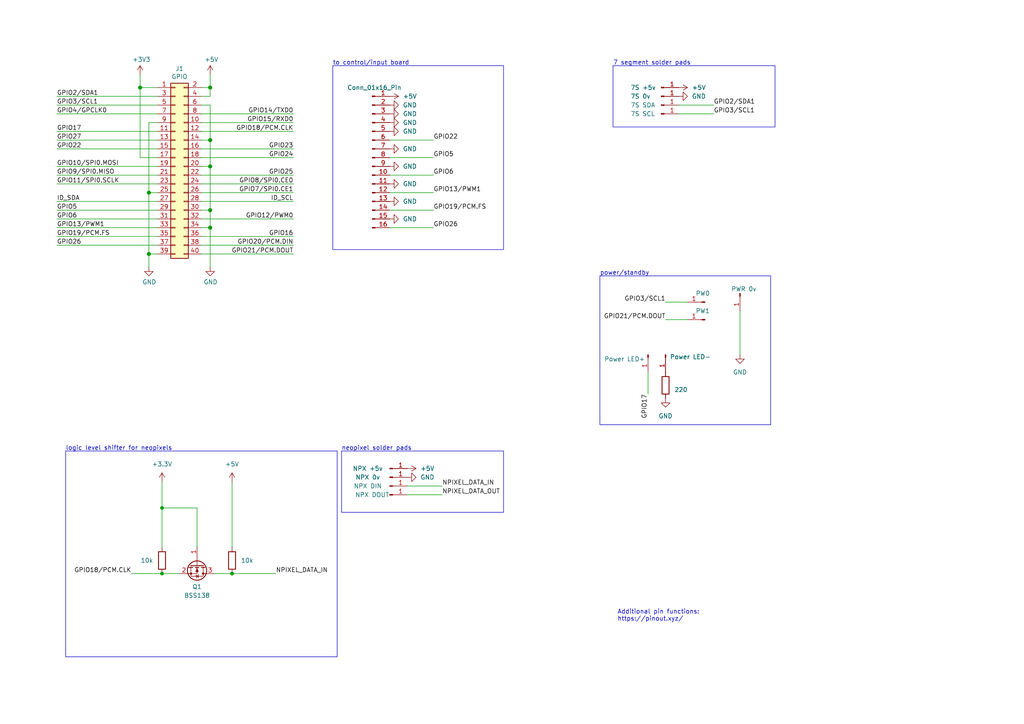
<source format=kicad_sch>
(kicad_sch (version 20230121) (generator eeschema)
  (paper "A4")
  (title_block (date "15 nov 2012"))
  (lib_symbols
    (symbol "+3.3V_1" (power) (pin_names (offset 0))
      (property "Value" "+3.3V_1" (at 0 3.556 0))
      (symbol "+3.3V_1_0_1"
        (polyline (pts (xy -0.762 1.27) (xy 0 2.54)))
        (polyline (pts (xy 0 0) (xy 0 2.54)))
        (polyline (pts (xy 0 2.54) (xy 0.762 1.27)))
      )
      (symbol "+3.3V_1_1_1"
        (pin power_in line (at 0 0 90) (length 0) hide (name "+3.3V") (number "1"))
      )
    )
    (symbol "+5V_1" (power) (pin_names (offset 0))
      (property "Value" "+5V_1" (at 0 3.556 0))
      (symbol "+5V_1_0_1"
        (polyline (pts (xy -0.762 1.27) (xy 0 2.54)))
        (polyline (pts (xy 0 0) (xy 0 2.54)))
        (polyline (pts (xy 0 2.54) (xy 0.762 1.27)))
      )
      (symbol "+5V_1_1_1"
        (pin power_in line (at 0 0 90) (length 0) hide (name "+5V") (number "1"))
      )
    )
    (symbol "+5V_2" (power) (pin_names (offset 0))
      (property "Value" "+5V_2" (at 0 3.556 0))
      (symbol "+5V_2_0_1"
        (polyline (pts (xy -0.762 1.27) (xy 0 2.54)))
        (polyline (pts (xy 0 0) (xy 0 2.54)))
        (polyline (pts (xy 0 2.54) (xy 0.762 1.27)))
      )
      (symbol "+5V_2_1_1"
        (pin power_in line (at 0 0 90) (length 0) hide (name "+5V") (number "1"))
      )
    )
    (symbol "+5V_3" (power) (pin_names (offset 0))
      (property "Value" "+5V_3" (at 0 3.556 0))
      (symbol "+5V_3_0_1"
        (polyline (pts (xy -0.762 1.27) (xy 0 2.54)))
        (polyline (pts (xy 0 0) (xy 0 2.54)))
        (polyline (pts (xy 0 2.54) (xy 0.762 1.27)))
      )
      (symbol "+5V_3_1_1"
        (pin power_in line (at 0 0 90) (length 0) hide (name "+5V") (number "1"))
      )
    )
    (symbol "+5V_4" (power) (pin_names (offset 0))
      (property "Value" "+5V_4" (at 0 3.556 0))
      (symbol "+5V_4_0_1"
        (polyline (pts (xy -0.762 1.27) (xy 0 2.54)))
        (polyline (pts (xy 0 0) (xy 0 2.54)))
        (polyline (pts (xy 0 2.54) (xy 0.762 1.27)))
      )
      (symbol "+5V_4_1_1"
        (pin power_in line (at 0 0 90) (length 0) hide (name "+5V") (number "1"))
      )
    )
    (symbol "Connector:Conn_01x01_Pin" (pin_names (offset 1.016) hide)
      (property "Reference" "J" (at 0 2.54 0))
      (property "Value" "Conn_01x01_Pin" (at 0 -2.54 0))
      (symbol "Conn_01x01_Pin_1_1"
        (polyline (pts (xy 1.27 0) (xy 0.8636 0)) (stroke (width 0.1524)))
        (rectangle (start 0.8636 0.127) (end 0 -0.127) (stroke (width 0.1524)) (fill (type outline)))
        (pin passive line (at 5.08 0 180) (length 3.81) (name "Pin_1") (number "1"))
      )
    )
    (symbol "Connector:Conn_01x16_Pin" (pin_names (offset 1.016) hide)
      (property "Reference" "J" (at 0 20.32 0))
      (property "Value" "Conn_01x16_Pin" (at 0 -22.86 0))
      (symbol "Conn_01x16_Pin_1_1"
        (polyline (pts (xy 1.27 -20.32) (xy 0.8636 -20.32)) (stroke (width 0.1524)))
        (polyline (pts (xy 1.27 -17.78) (xy 0.8636 -17.78)) (stroke (width 0.1524)))
        (polyline (pts (xy 1.27 -15.24) (xy 0.8636 -15.24)) (stroke (width 0.1524)))
        (polyline (pts (xy 1.27 -12.7) (xy 0.8636 -12.7)) (stroke (width 0.1524)))
        (polyline (pts (xy 1.27 -10.16) (xy 0.8636 -10.16)) (stroke (width 0.1524)))
        (polyline (pts (xy 1.27 -7.62) (xy 0.8636 -7.62)) (stroke (width 0.1524)))
        (polyline (pts (xy 1.27 -5.08) (xy 0.8636 -5.08)) (stroke (width 0.1524)))
        (polyline (pts (xy 1.27 -2.54) (xy 0.8636 -2.54)) (stroke (width 0.1524)))
        (polyline (pts (xy 1.27 0) (xy 0.8636 0)) (stroke (width 0.1524)))
        (polyline (pts (xy 1.27 2.54) (xy 0.8636 2.54)) (stroke (width 0.1524)))
        (polyline (pts (xy 1.27 5.08) (xy 0.8636 5.08)) (stroke (width 0.1524)))
        (polyline (pts (xy 1.27 7.62) (xy 0.8636 7.62)) (stroke (width 0.1524)))
        (polyline (pts (xy 1.27 10.16) (xy 0.8636 10.16)) (stroke (width 0.1524)))
        (polyline (pts (xy 1.27 12.7) (xy 0.8636 12.7)) (stroke (width 0.1524)))
        (polyline (pts (xy 1.27 15.24) (xy 0.8636 15.24)) (stroke (width 0.1524)))
        (polyline (pts (xy 1.27 17.78) (xy 0.8636 17.78)) (stroke (width 0.1524)))
        (rectangle (start 0.8636 -20.193) (end 0 -20.447) (stroke (width 0.1524)) (fill (type outline)))
        (rectangle (start 0.8636 -17.653) (end 0 -17.907) (stroke (width 0.1524)) (fill (type outline)))
        (rectangle (start 0.8636 -15.113) (end 0 -15.367) (stroke (width 0.1524)) (fill (type outline)))
        (rectangle (start 0.8636 -12.573) (end 0 -12.827) (stroke (width 0.1524)) (fill (type outline)))
        (rectangle (start 0.8636 -10.033) (end 0 -10.287) (stroke (width 0.1524)) (fill (type outline)))
        (rectangle (start 0.8636 -7.493) (end 0 -7.747) (stroke (width 0.1524)) (fill (type outline)))
        (rectangle (start 0.8636 -4.953) (end 0 -5.207) (stroke (width 0.1524)) (fill (type outline)))
        (rectangle (start 0.8636 -2.413) (end 0 -2.667) (stroke (width 0.1524)) (fill (type outline)))
        (rectangle (start 0.8636 0.127) (end 0 -0.127) (stroke (width 0.1524)) (fill (type outline)))
        (rectangle (start 0.8636 2.667) (end 0 2.413) (stroke (width 0.1524)) (fill (type outline)))
        (rectangle (start 0.8636 5.207) (end 0 4.953) (stroke (width 0.1524)) (fill (type outline)))
        (rectangle (start 0.8636 7.747) (end 0 7.493) (stroke (width 0.1524)) (fill (type outline)))
        (rectangle (start 0.8636 10.287) (end 0 10.033) (stroke (width 0.1524)) (fill (type outline)))
        (rectangle (start 0.8636 12.827) (end 0 12.573) (stroke (width 0.1524)) (fill (type outline)))
        (rectangle (start 0.8636 15.367) (end 0 15.113) (stroke (width 0.1524)) (fill (type outline)))
        (rectangle (start 0.8636 17.907) (end 0 17.653) (stroke (width 0.1524)) (fill (type outline)))
        (pin passive line (at 5.08 17.78 180) (length 3.81) (name "Pin_1") (number "1"))
        (pin passive line (at 5.08 -5.08 180) (length 3.81) (name "Pin_10") (number "10"))
        (pin passive line (at 5.08 -7.62 180) (length 3.81) (name "Pin_11") (number "11"))
        (pin passive line (at 5.08 -10.16 180) (length 3.81) (name "Pin_12") (number "12"))
        (pin passive line (at 5.08 -12.7 180) (length 3.81) (name "Pin_13") (number "13"))
        (pin passive line (at 5.08 -15.24 180) (length 3.81) (name "Pin_14") (number "14"))
        (pin passive line (at 5.08 -17.78 180) (length 3.81) (name "Pin_15") (number "15"))
        (pin passive line (at 5.08 -20.32 180) (length 3.81) (name "Pin_16") (number "16"))
        (pin passive line (at 5.08 15.24 180) (length 3.81) (name "Pin_2") (number "2"))
        (pin passive line (at 5.08 12.7 180) (length 3.81) (name "Pin_3") (number "3"))
        (pin passive line (at 5.08 10.16 180) (length 3.81) (name "Pin_4") (number "4"))
        (pin passive line (at 5.08 7.62 180) (length 3.81) (name "Pin_5") (number "5"))
        (pin passive line (at 5.08 5.08 180) (length 3.81) (name "Pin_6") (number "6"))
        (pin passive line (at 5.08 2.54 180) (length 3.81) (name "Pin_7") (number "7"))
        (pin passive line (at 5.08 0 180) (length 3.81) (name "Pin_8") (number "8"))
        (pin passive line (at 5.08 -2.54 180) (length 3.81) (name "Pin_9") (number "9"))
      )
    )
    (symbol "Connector_Generic:Conn_02x20_Odd_Even" (pin_names (offset 1.016) hide)
      (property "Reference" "J" (at 1.27 25.4 0))
      (property "Value" "Conn_02x20_Odd_Even" (at 1.27 -27.94 0))
      (symbol "Conn_02x20_Odd_Even_1_1"
        (rectangle (start -1.27 -25.273) (end 0 -25.527) (stroke (width 0.1524)))
        (rectangle (start -1.27 -22.733) (end 0 -22.987) (stroke (width 0.1524)))
        (rectangle (start -1.27 -20.193) (end 0 -20.447) (stroke (width 0.1524)))
        (rectangle (start -1.27 -17.653) (end 0 -17.907) (stroke (width 0.1524)))
        (rectangle (start -1.27 -15.113) (end 0 -15.367) (stroke (width 0.1524)))
        (rectangle (start -1.27 -12.573) (end 0 -12.827) (stroke (width 0.1524)))
        (rectangle (start -1.27 -10.033) (end 0 -10.287) (stroke (width 0.1524)))
        (rectangle (start -1.27 -7.493) (end 0 -7.747) (stroke (width 0.1524)))
        (rectangle (start -1.27 -4.953) (end 0 -5.207) (stroke (width 0.1524)))
        (rectangle (start -1.27 -2.413) (end 0 -2.667) (stroke (width 0.1524)))
        (rectangle (start -1.27 0.127) (end 0 -0.127) (stroke (width 0.1524)))
        (rectangle (start -1.27 2.667) (end 0 2.413) (stroke (width 0.1524)))
        (rectangle (start -1.27 5.207) (end 0 4.953) (stroke (width 0.1524)))
        (rectangle (start -1.27 7.747) (end 0 7.493) (stroke (width 0.1524)))
        (rectangle (start -1.27 10.287) (end 0 10.033) (stroke (width 0.1524)))
        (rectangle (start -1.27 12.827) (end 0 12.573) (stroke (width 0.1524)))
        (rectangle (start -1.27 15.367) (end 0 15.113) (stroke (width 0.1524)))
        (rectangle (start -1.27 17.907) (end 0 17.653) (stroke (width 0.1524)))
        (rectangle (start -1.27 20.447) (end 0 20.193) (stroke (width 0.1524)))
        (rectangle (start -1.27 22.987) (end 0 22.733) (stroke (width 0.1524)))
        (rectangle (start -1.27 24.13) (end 3.81 -26.67) (stroke (width 0.254)) (fill (type background)))
        (rectangle (start 3.81 -25.273) (end 2.54 -25.527) (stroke (width 0.1524)))
        (rectangle (start 3.81 -22.733) (end 2.54 -22.987) (stroke (width 0.1524)))
        (rectangle (start 3.81 -20.193) (end 2.54 -20.447) (stroke (width 0.1524)))
        (rectangle (start 3.81 -17.653) (end 2.54 -17.907) (stroke (width 0.1524)))
        (rectangle (start 3.81 -15.113) (end 2.54 -15.367) (stroke (width 0.1524)))
        (rectangle (start 3.81 -12.573) (end 2.54 -12.827) (stroke (width 0.1524)))
        (rectangle (start 3.81 -10.033) (end 2.54 -10.287) (stroke (width 0.1524)))
        (rectangle (start 3.81 -7.493) (end 2.54 -7.747) (stroke (width 0.1524)))
        (rectangle (start 3.81 -4.953) (end 2.54 -5.207) (stroke (width 0.1524)))
        (rectangle (start 3.81 -2.413) (end 2.54 -2.667) (stroke (width 0.1524)))
        (rectangle (start 3.81 0.127) (end 2.54 -0.127) (stroke (width 0.1524)))
        (rectangle (start 3.81 2.667) (end 2.54 2.413) (stroke (width 0.1524)))
        (rectangle (start 3.81 5.207) (end 2.54 4.953) (stroke (width 0.1524)))
        (rectangle (start 3.81 7.747) (end 2.54 7.493) (stroke (width 0.1524)))
        (rectangle (start 3.81 10.287) (end 2.54 10.033) (stroke (width 0.1524)))
        (rectangle (start 3.81 12.827) (end 2.54 12.573) (stroke (width 0.1524)))
        (rectangle (start 3.81 15.367) (end 2.54 15.113) (stroke (width 0.1524)))
        (rectangle (start 3.81 17.907) (end 2.54 17.653) (stroke (width 0.1524)))
        (rectangle (start 3.81 20.447) (end 2.54 20.193) (stroke (width 0.1524)))
        (rectangle (start 3.81 22.987) (end 2.54 22.733) (stroke (width 0.1524)))
        (pin passive line (at -5.08 22.86 0) (length 3.81) (name "Pin_1") (number "1"))
        (pin passive line (at 7.62 12.7 180) (length 3.81) (name "Pin_10") (number "10"))
        (pin passive line (at -5.08 10.16 0) (length 3.81) (name "Pin_11") (number "11"))
        (pin passive line (at 7.62 10.16 180) (length 3.81) (name "Pin_12") (number "12"))
        (pin passive line (at -5.08 7.62 0) (length 3.81) (name "Pin_13") (number "13"))
        (pin passive line (at 7.62 7.62 180) (length 3.81) (name "Pin_14") (number "14"))
        (pin passive line (at -5.08 5.08 0) (length 3.81) (name "Pin_15") (number "15"))
        (pin passive line (at 7.62 5.08 180) (length 3.81) (name "Pin_16") (number "16"))
        (pin passive line (at -5.08 2.54 0) (length 3.81) (name "Pin_17") (number "17"))
        (pin passive line (at 7.62 2.54 180) (length 3.81) (name "Pin_18") (number "18"))
        (pin passive line (at -5.08 0 0) (length 3.81) (name "Pin_19") (number "19"))
        (pin passive line (at 7.62 22.86 180) (length 3.81) (name "Pin_2") (number "2"))
        (pin passive line (at 7.62 0 180) (length 3.81) (name "Pin_20") (number "20"))
        (pin passive line (at -5.08 -2.54 0) (length 3.81) (name "Pin_21") (number "21"))
        (pin passive line (at 7.62 -2.54 180) (length 3.81) (name "Pin_22") (number "22"))
        (pin passive line (at -5.08 -5.08 0) (length 3.81) (name "Pin_23") (number "23"))
        (pin passive line (at 7.62 -5.08 180) (length 3.81) (name "Pin_24") (number "24"))
        (pin passive line (at -5.08 -7.62 0) (length 3.81) (name "Pin_25") (number "25"))
        (pin passive line (at 7.62 -7.62 180) (length 3.81) (name "Pin_26") (number "26"))
        (pin passive line (at -5.08 -10.16 0) (length 3.81) (name "Pin_27") (number "27"))
        (pin passive line (at 7.62 -10.16 180) (length 3.81) (name "Pin_28") (number "28"))
        (pin passive line (at -5.08 -12.7 0) (length 3.81) (name "Pin_29") (number "29"))
        (pin passive line (at -5.08 20.32 0) (length 3.81) (name "Pin_3") (number "3"))
        (pin passive line (at 7.62 -12.7 180) (length 3.81) (name "Pin_30") (number "30"))
        (pin passive line (at -5.08 -15.24 0) (length 3.81) (name "Pin_31") (number "31"))
        (pin passive line (at 7.62 -15.24 180) (length 3.81) (name "Pin_32") (number "32"))
        (pin passive line (at -5.08 -17.78 0) (length 3.81) (name "Pin_33") (number "33"))
        (pin passive line (at 7.62 -17.78 180) (length 3.81) (name "Pin_34") (number "34"))
        (pin passive line (at -5.08 -20.32 0) (length 3.81) (name "Pin_35") (number "35"))
        (pin passive line (at 7.62 -20.32 180) (length 3.81) (name "Pin_36") (number "36"))
        (pin passive line (at -5.08 -22.86 0) (length 3.81) (name "Pin_37") (number "37"))
        (pin passive line (at 7.62 -22.86 180) (length 3.81) (name "Pin_38") (number "38"))
        (pin passive line (at -5.08 -25.4 0) (length 3.81) (name "Pin_39") (number "39"))
        (pin passive line (at 7.62 20.32 180) (length 3.81) (name "Pin_4") (number "4"))
        (pin passive line (at 7.62 -25.4 180) (length 3.81) (name "Pin_40") (number "40"))
        (pin passive line (at -5.08 17.78 0) (length 3.81) (name "Pin_5") (number "5"))
        (pin passive line (at 7.62 17.78 180) (length 3.81) (name "Pin_6") (number "6"))
        (pin passive line (at -5.08 15.24 0) (length 3.81) (name "Pin_7") (number "7"))
        (pin passive line (at 7.62 15.24 180) (length 3.81) (name "Pin_8") (number "8"))
        (pin passive line (at -5.08 12.7 0) (length 3.81) (name "Pin_9") (number "9"))
      )
    )
    (symbol "Device:R" (pin_numbers hide) (pin_names (offset 0))
      (property "Reference" "R" (at 2.032 0 90))
      (property "Value" "R" (at 0 0 90))
      (symbol "R_0_1"
        (rectangle (start -1.016 -2.54) (end 1.016 2.54) (stroke (width 0.254)))
      )
      (symbol "R_1_1"
        (pin passive line (at 0 3.81 270) (length 1.27) (name "~") (number "1"))
        (pin passive line (at 0 -3.81 90) (length 1.27) (name "~") (number "2"))
      )
    )
    (symbol "GND_1" (power) (pin_names (offset 0))
      (property "Value" "GND_1" (at 0 -3.81 0))
      (symbol "GND_1_0_1"
        (polyline (pts (xy 0 0) (xy 0 -1.27) (xy 1.27 -1.27) (xy 0 -2.54) (xy -1.27 -1.27) (xy 0 -1.27)))
      )
      (symbol "GND_1_1_1"
        (pin power_in line (at 0 0 270) (length 0) hide (name "GND") (number "1"))
      )
    )
    (symbol "GND_2" (power) (pin_names (offset 0))
      (property "Value" "GND_2" (at 0 -3.81 0))
      (symbol "GND_2_0_1"
        (polyline (pts (xy 0 0) (xy 0 -1.27) (xy 1.27 -1.27) (xy 0 -2.54) (xy -1.27 -1.27) (xy 0 -1.27)))
      )
      (symbol "GND_2_1_1"
        (pin power_in line (at 0 0 270) (length 0) hide (name "GND") (number "1"))
      )
    )
    (symbol "GND_3" (power) (pin_names (offset 0))
      (property "Value" "GND_3" (at 0 -3.81 0))
      (symbol "GND_3_0_1"
        (polyline (pts (xy 0 0) (xy 0 -1.27) (xy 1.27 -1.27) (xy 0 -2.54) (xy -1.27 -1.27) (xy 0 -1.27)))
      )
      (symbol "GND_3_1_1"
        (pin power_in line (at 0 0 270) (length 0) hide (name "GND") (number "1"))
      )
    )
    (symbol "GND_4" (power) (pin_names (offset 0))
      (property "Value" "GND_4" (at 0 -3.81 0))
      (symbol "GND_4_0_1"
        (polyline (pts (xy 0 0) (xy 0 -1.27) (xy 1.27 -1.27) (xy 0 -2.54) (xy -1.27 -1.27) (xy 0 -1.27)))
      )
      (symbol "GND_4_1_1"
        (pin power_in line (at 0 0 270) (length 0) hide (name "GND") (number "1"))
      )
    )
    (symbol "GND_5" (power) (pin_names (offset 0))
      (property "Value" "GND_5" (at 0 -3.81 0))
      (symbol "GND_5_0_1"
        (polyline (pts (xy 0 0) (xy 0 -1.27) (xy 1.27 -1.27) (xy 0 -2.54) (xy -1.27 -1.27) (xy 0 -1.27)))
      )
      (symbol "GND_5_1_1"
        (pin power_in line (at 0 0 270) (length 0) hide (name "GND") (number "1"))
      )
    )
    (symbol "GND_6" (power) (pin_names (offset 0))
      (property "Value" "GND_6" (at 0 -3.81 0))
      (symbol "GND_6_0_1"
        (polyline (pts (xy 0 0) (xy 0 -1.27) (xy 1.27 -1.27) (xy 0 -2.54) (xy -1.27 -1.27) (xy 0 -1.27)))
      )
      (symbol "GND_6_1_1"
        (pin power_in line (at 0 0 270) (length 0) hide (name "GND") (number "1"))
      )
    )
    (symbol "Transistor_FET:BSS138" (pin_names hide)
      (property "Reference" "Q" (at 5.08 1.905 0))
      (property "Value" "BSS138" (at 5.08 0 0))
      (symbol "BSS138_0_1"
        (polyline (pts (xy 0.254 0) (xy -2.54 0)))
        (polyline (pts (xy 0.254 1.905) (xy 0.254 -1.905)) (stroke (width 0.254)))
        (polyline (pts (xy 0.762 -1.27) (xy 0.762 -2.286)) (stroke (width 0.254)))
        (polyline (pts (xy 0.762 0.508) (xy 0.762 -0.508)) (stroke (width 0.254)))
        (polyline (pts (xy 0.762 2.286) (xy 0.762 1.27)) (stroke (width 0.254)))
        (polyline (pts (xy 2.54 2.54) (xy 2.54 1.778)))
        (polyline (pts (xy 2.54 -2.54) (xy 2.54 0) (xy 0.762 0)))
        (polyline (pts (xy 0.762 -1.778) (xy 3.302 -1.778) (xy 3.302 1.778) (xy 0.762 1.778)))
        (polyline (pts (xy 1.016 0) (xy 2.032 0.381) (xy 2.032 -0.381) (xy 1.016 0)) (fill (type outline)))
        (polyline (pts (xy 2.794 0.508) (xy 2.921 0.381) (xy 3.683 0.381) (xy 3.81 0.254)))
        (polyline (pts (xy 3.302 0.381) (xy 2.921 -0.254) (xy 3.683 -0.254) (xy 3.302 0.381)))
        (circle (center 1.651 0) (radius 2.794) (stroke (width 0.254)))
        (circle (center 2.54 -1.778) (radius 0.254) (fill (type outline)))
        (circle (center 2.54 1.778) (radius 0.254) (fill (type outline)))
      )
      (symbol "BSS138_1_1"
        (pin input line (at -5.08 0 0) (length 2.54) (name "G") (number "1"))
        (pin passive line (at 2.54 -5.08 90) (length 2.54) (name "S") (number "2"))
        (pin passive line (at 2.54 5.08 270) (length 2.54) (name "D") (number "3"))
      )
    )
    (symbol "power:+3.3V" (power) (pin_names (offset 0))
      (property "Value" "+3.3V" (at 0 3.556 0))
      (symbol "+3.3V_0_1"
        (polyline (pts (xy -0.762 1.27) (xy 0 2.54)))
        (polyline (pts (xy 0 0) (xy 0 2.54)))
        (polyline (pts (xy 0 2.54) (xy 0.762 1.27)))
      )
      (symbol "+3.3V_1_1"
        (pin power_in line (at 0 0 90) (length 0) hide (name "+3V3") (number "1"))
      )
    )
    (symbol "power:+5V" (power) (pin_names (offset 0))
      (property "Value" "+5V" (at 0 3.556 0))
      (symbol "+5V_0_1"
        (polyline (pts (xy -0.762 1.27) (xy 0 2.54)))
        (polyline (pts (xy 0 0) (xy 0 2.54)))
        (polyline (pts (xy 0 2.54) (xy 0.762 1.27)))
      )
      (symbol "+5V_1_1"
        (pin power_in line (at 0 0 90) (length 0) hide (name "+5V") (number "1"))
      )
    )
    (symbol "power:GND" (power) (pin_names (offset 0))
      (property "Value" "GND" (at 0 -3.81 0))
      (symbol "GND_0_1"
        (polyline (pts (xy 0 0) (xy 0 -1.27) (xy 1.27 -1.27) (xy 0 -2.54) (xy -1.27 -1.27) (xy 0 -1.27)))
      )
      (symbol "GND_1_1"
        (pin power_in line (at 0 0 270) (length 0) hide (name "GND") (number "1"))
      )
    )
  )
  (junction (at 60.96 25.4) (diameter 1.016))
  (junction (at 60.96 40.64) (diameter 1.016))
  (junction (at 46.99 147.32))
  (junction (at 43.18 73.66) (diameter 1.016))
  (junction (at 43.18 55.88) (diameter 1.016))
  (junction (at 60.96 66.04) (diameter 1.016))
  (junction (at 60.96 60.96) (diameter 1.016))
  (junction (at 60.96 48.26) (diameter 1.016))
  (junction (at 67.31 166.37))
  (junction (at 46.99 166.37))
  (junction (at 40.64 25.4) (diameter 1.016))
  (wire (pts (xy 43.18 55.88) (xy 43.18 73.66)))
  (wire (pts (xy 58.42 55.88) (xy 85.09 55.88)))
  (wire (pts (xy 45.72 38.1) (xy 16.51 38.1)))
  (wire (pts (xy 46.99 139.7) (xy 46.99 147.32)))
  (wire (pts (xy 38.1 166.37) (xy 46.99 166.37)))
  (wire (pts (xy 60.96 30.48) (xy 60.96 40.64)))
  (wire (pts (xy 60.96 48.26) (xy 58.42 48.26)))
  (wire (pts (xy 187.96 107.95) (xy 187.96 114.3)))
  (wire (pts (xy 60.96 60.96) (xy 60.96 66.04)))
  (wire (pts (xy 60.96 48.26) (xy 60.96 60.96)))
  (wire (pts (xy 58.42 33.02) (xy 85.09 33.02)))
  (wire (pts (xy 43.18 35.56) (xy 43.18 55.88)))
  (wire (pts (xy 43.18 35.56) (xy 45.72 35.56)))
  (wire (pts (xy 58.42 53.34) (xy 85.09 53.34)))
  (wire (pts (xy 45.72 58.42) (xy 16.51 58.42)))
  (wire (pts (xy 16.51 60.96) (xy 45.72 60.96)))
  (wire (pts (xy 196.85 33.02) (xy 207.01 33.02)))
  (wire (pts (xy 43.18 55.88) (xy 45.72 55.88)))
  (wire (pts (xy 58.42 43.18) (xy 85.09 43.18)))
  (wire (pts (xy 113.03 50.8) (xy 125.73 50.8)))
  (wire (pts (xy 58.42 73.66) (xy 85.09 73.66)))
  (wire (pts (xy 43.18 73.66) (xy 43.18 77.47)))
  (wire (pts (xy 16.51 40.64) (xy 45.72 40.64)))
  (wire (pts (xy 40.64 21.59) (xy 40.64 25.4)))
  (wire (pts (xy 113.03 40.64) (xy 125.73 40.64)))
  (wire (pts (xy 46.99 166.37) (xy 52.07 166.37)))
  (wire (pts (xy 113.03 60.96) (xy 125.73 60.96)))
  (wire (pts (xy 60.96 66.04) (xy 58.42 66.04)))
  (wire (pts (xy 16.51 30.48) (xy 45.72 30.48)))
  (wire (pts (xy 16.51 53.34) (xy 45.72 53.34)))
  (wire (pts (xy 57.15 158.75) (xy 57.15 147.32)))
  (wire (pts (xy 40.64 45.72) (xy 45.72 45.72)))
  (wire (pts (xy 45.72 27.94) (xy 16.51 27.94)))
  (wire (pts (xy 60.96 25.4) (xy 60.96 27.94)))
  (wire (pts (xy 60.96 40.64) (xy 60.96 48.26)))
  (wire (pts (xy 58.42 38.1) (xy 85.09 38.1)))
  (wire (pts (xy 113.03 66.04) (xy 125.73 66.04)))
  (wire (pts (xy 60.96 40.64) (xy 58.42 40.64)))
  (wire (pts (xy 60.96 21.59) (xy 60.96 25.4)))
  (wire (pts (xy 16.51 33.02) (xy 45.72 33.02)))
  (wire (pts (xy 60.96 25.4) (xy 58.42 25.4)))
  (wire (pts (xy 40.64 25.4) (xy 40.64 45.72)))
  (wire (pts (xy 67.31 166.37) (xy 80.01 166.37)))
  (wire (pts (xy 58.42 45.72) (xy 85.09 45.72)))
  (wire (pts (xy 58.42 35.56) (xy 85.09 35.56)))
  (wire (pts (xy 214.63 102.87) (xy 214.63 90.17)))
  (wire (pts (xy 16.51 43.18) (xy 45.72 43.18)))
  (wire (pts (xy 16.51 50.8) (xy 45.72 50.8)))
  (wire (pts (xy 16.51 63.5) (xy 45.72 63.5)))
  (wire (pts (xy 60.96 27.94) (xy 58.42 27.94)))
  (wire (pts (xy 113.03 55.88) (xy 125.73 55.88)))
  (wire (pts (xy 113.03 45.72) (xy 125.73 45.72)))
  (wire (pts (xy 16.51 68.58) (xy 45.72 68.58)))
  (wire (pts (xy 58.42 68.58) (xy 85.09 68.58)))
  (wire (pts (xy 58.42 63.5) (xy 85.09 63.5)))
  (wire (pts (xy 43.18 73.66) (xy 45.72 73.66)))
  (wire (pts (xy 58.42 71.12) (xy 85.09 71.12)))
  (wire (pts (xy 60.96 30.48) (xy 58.42 30.48)))
  (wire (pts (xy 16.51 71.12) (xy 45.72 71.12)))
  (wire (pts (xy 193.04 87.63) (xy 199.39 87.63)))
  (wire (pts (xy 196.85 30.48) (xy 207.01 30.48)))
  (wire (pts (xy 128.27 140.97) (xy 118.11 140.97)))
  (wire (pts (xy 60.96 66.04) (xy 60.96 77.47)))
  (wire (pts (xy 193.04 92.71) (xy 199.39 92.71)))
  (wire (pts (xy 62.23 166.37) (xy 67.31 166.37)))
  (wire (pts (xy 58.42 50.8) (xy 85.09 50.8)))
  (wire (pts (xy 45.72 66.04) (xy 16.51 66.04)))
  (wire (pts (xy 128.27 143.51) (xy 118.11 143.51)))
  (wire (pts (xy 57.15 147.32) (xy 46.99 147.32)))
  (wire (pts (xy 67.31 139.7) (xy 67.31 158.75)))
  (wire (pts (xy 60.96 60.96) (xy 58.42 60.96)))
  (wire (pts (xy 46.99 147.32) (xy 46.99 158.75)))
  (wire (pts (xy 40.64 25.4) (xy 45.72 25.4)))
  (wire (pts (xy 45.72 48.26) (xy 16.51 48.26)))
  (wire (pts (xy 58.42 58.42) (xy 85.09 58.42)))
  (rectangle (start 19.05 130.81) (end 97.79 190.5))
  (rectangle (start 99.06 130.81) (end 146.05 148.59))
  (rectangle (start 96.52 19.05) (end 146.05 72.39))
  (rectangle (start 173.99 80.01) (end 223.52 123.19))
  (rectangle (start 177.8 19.05) (end 224.79 36.83))
  (text "Additional pin functions:\nhttps://pinout.xyz/" (at 179.07 180.34 0) (effects (font (size 1.27 1.27)) (justify left bottom)))
  (text "7 segment solder pads" (at 177.8 19.05 0) (effects (font (size 1.27 1.27)) (justify left bottom)))
  (text "power/standby" (at 173.99 80.01 0) (effects (font (size 1.27 1.27)) (justify left bottom)))
  (text "logic level shifter for neopixels\n" (at 19.05 130.81 0) (effects (font (size 1.27 1.27)) (justify left bottom)))
  (text "neopixel solder pads\n" (at 99.06 130.81 0) (effects (font (size 1.27 1.27)) (justify left bottom)))
  (text "to control/input board" (at 96.52 19.05 0) (effects (font (size 1.27 1.27)) (justify left bottom)))
  (label "GPIO3{slash}SCL1" (at 193.04 87.63 180))
  (label "NPIXEL_DATA_IN" (at 128.27 140.97 0))
  (label "ID_SDA" (at 16.51 58.42 0))
  (label "GPIO17" (at 187.96 114.3 270))
  (label "GPIO6" (at 16.51 63.5 0))
  (label "GPIO6" (at 125.73 50.8 0))
  (label "GPIO22" (at 125.73 40.64 0))
  (label "GPIO3{slash}SCL1" (at 207.01 33.02 0))
  (label "GPIO13{slash}PWM1" (at 125.73 55.88 0))
  (label "ID_SCL" (at 85.09 58.42 180))
  (label "GPIO5" (at 16.51 60.96 0))
  (label "GPIO21{slash}PCM.DOUT" (at 85.09 73.66 180))
  (label "GPIO19{slash}PCM.FS" (at 16.51 68.58 0))
  (label "GPIO10{slash}SPI0.MOSI" (at 16.51 48.26 0))
  (label "GPIO9{slash}SPI0.MISO" (at 16.51 50.8 0))
  (label "GPIO23" (at 85.09 43.18 180))
  (label "NPIXEL_DATA_OUT" (at 128.27 143.51 0))
  (label "GPIO4{slash}GPCLK0" (at 16.51 33.02 0))
  (label "GPIO27" (at 16.51 40.64 0))
  (label "NPIXEL_DATA_IN" (at 80.01 166.37 0))
  (label "GPIO26" (at 16.51 71.12 0))
  (label "GPIO14{slash}TXD0" (at 85.09 33.02 180))
  (label "GPIO8{slash}SPI0.CE0" (at 85.09 53.34 180))
  (label "GPIO15{slash}RXD0" (at 85.09 35.56 180))
  (label "GPIO16" (at 85.09 68.58 180))
  (label "GPIO22" (at 16.51 43.18 0))
  (label "GPIO2{slash}SDA1" (at 16.51 27.94 0))
  (label "GPIO17" (at 16.51 38.1 0))
  (label "GPIO2{slash}SDA1" (at 207.01 30.48 0))
  (label "GPIO25" (at 85.09 50.8 180))
  (label "GPIO3{slash}SCL1" (at 16.51 30.48 0))
  (label "GPIO18{slash}PCM.CLK" (at 85.09 38.1 180))
  (label "GPIO12{slash}PWM0" (at 85.09 63.5 180))
  (label "GPIO13{slash}PWM1" (at 16.51 66.04 0))
  (label "GPIO20{slash}PCM.DIN" (at 85.09 71.12 180))
  (label "GPIO24" (at 85.09 45.72 180))
  (label "GPIO7{slash}SPI0.CE1" (at 85.09 55.88 180))
  (label "GPIO26" (at 125.73 66.04 0))
  (label "GPIO19{slash}PCM.FS" (at 125.73 60.96 0))
  (label "GPIO5" (at 125.73 45.72 0))
  (label "GPIO21{slash}PCM.DOUT" (at 193.04 92.71 180))
  (label "GPIO18{slash}PCM.CLK" (at 38.1 166.37 180))
  (label "GPIO11{slash}SPI0.SCLK" (at 16.51 53.34 0))
  (symbol (lib_id "power:+5V") (at 60.96 21.59 0) (unit 1)
    (property "Reference" "#PWR01" (effects hide))
    (property "Value" "+5V" (at 61.3283 17.2656 0))
  )
  (symbol (lib_id "power:+3.3V") (at 40.64 21.59 0) (unit 1)
    (property "Reference" "#PWR04" (effects hide))
    (property "Value" "+3.3V" (at 41.0083 17.2656 0))
  )
  (symbol (lib_id "power:GND") (at 60.96 77.47 0) (unit 1)
    (property "Reference" "#PWR02" (effects hide))
    (property "Value" "GND" (at 61.0743 81.7944 0))
  )
  (symbol (lib_id "power:GND") (at 43.18 77.47 0) (unit 1)
    (property "Reference" "#PWR03" (effects hide))
    (property "Value" "GND" (at 43.2943 81.7944 0))
  )
  (symbol (lib_id "Connector_Generic:Conn_02x20_Odd_Even") (at 50.8 48.26 0) (unit 1)
    (property "Reference" "J1" (at 52.07 19.9198 0))
    (property "Value" "GPIO" (at 52.07 22.225 0))
    (property "Footprint" "Connector_PinSocket_2.54mm:PinSocket_2x20_P2.54mm_Vertical" (effects hide))
  )
  (symbol (lib_id "Connector:Conn_01x01_Pin") (at 193.04 102.87 270) (unit 1)
    (property "Reference" "PW_LED-1" (effects hide))
    (property "Value" "Power LED-" (at 194.31 103.505 90) (effects (justify left)))
    (property "Footprint" "TestPoint:TestPoint_THTPad_2.0x2.0mm_Drill1.0mm" (effects hide))
  )
  (symbol (lib_name "+5V_3") (lib_id "power:+5V") (at 118.11 135.89 270) (unit 1)
    (property "Reference" "#PWR017" (effects hide))
    (property "Value" "+5V" (at 121.92 135.89 90) (effects (justify left)))
  )
  (symbol (lib_id "Connector:Conn_01x01_Pin") (at 191.77 30.48 0) (unit 1)
    (property "Reference" "SDA" (effects hide))
    (property "Value" "7S SDA" (at 182.88 30.48 0) (effects (justify left)))
    (property "Footprint" "TestPoint:TestPoint_THTPad_2.0x2.0mm_Drill1.0mm" (effects hide))
  )
  (symbol (lib_id "Connector:Conn_01x01_Pin") (at 204.47 92.71 180) (unit 1)
    (property "Reference" "PW1" (effects hide))
    (property "Value" "PW1" (at 203.835 90.17 0))
    (property "Footprint" "TestPoint:TestPoint_THTPad_2.0x2.0mm_Drill1.0mm" (effects hide))
  )
  (symbol (lib_id "Connector:Conn_01x01_Pin") (at 187.96 102.87 270) (unit 1)
    (property "Reference" "PW_LED+1" (effects hide))
    (property "Value" "Power LED+" (at 175.26 104.14 90) (effects (justify left)))
    (property "Footprint" "TestPoint:TestPoint_THTPad_2.0x2.0mm_Drill1.0mm" (effects hide))
  )
  (symbol (lib_name "GND_2") (lib_id "power:GND") (at 113.03 63.5 90) (unit 1)
    (property "Reference" "#PWR014" (effects hide))
    (property "Value" "GND" (at 116.84 63.5 90) (effects (justify right)))
  )
  (symbol (lib_name "+5V_4") (lib_id "power:+5V") (at 196.85 25.4 270) (unit 1)
    (property "Reference" "#PWR020" (effects hide))
    (property "Value" "+5V" (at 200.66 25.4 90) (effects (justify left)))
  )
  (symbol (lib_name "+3.3V_1") (lib_id "power:+3.3V") (at 46.99 139.7 0) (unit 1)
    (property "Reference" "#PWR015" (effects hide))
    (property "Value" "+3.3V" (at 46.99 134.62 0))
  )
  (symbol (lib_id "Connector:Conn_01x01_Pin") (at 113.03 143.51 0) (unit 1)
    (property "Reference" "DOUT1" (effects hide))
    (property "Value" "NPX DOUT" (at 107.95 143.51 0))
    (property "Footprint" "TestPoint:TestPoint_THTPad_2.0x2.0mm_Drill1.0mm" (effects hide))
  )
  (symbol (lib_name "GND_5") (lib_id "power:GND") (at 214.63 102.87 0) (unit 1)
    (property "Reference" "#PWR021" (effects hide))
    (property "Value" "GND" (at 214.63 107.95 0))
  )
  (symbol (lib_id "Connector:Conn_01x01_Pin") (at 214.63 85.09 270) (unit 1)
    (property "Reference" "PWR_0v1" (effects hide))
    (property "Value" "PWR 0v" (at 212.09 83.82 90) (effects (justify left)))
    (property "Footprint" "TestPoint:TestPoint_THTPad_2.0x2.0mm_Drill1.0mm" (effects hide))
  )
  (symbol (lib_id "Device:R") (at 193.04 111.76 180) (unit 1)
    (property "Reference" "R5" (effects hide))
    (property "Value" "220" (at 195.58 113.03 0) (effects (justify right)))
    (property "Footprint" "Resistor_THT:R_Axial_DIN0204_L3.6mm_D1.6mm_P7.62mm_Horizontal" (effects hide))
  )
  (symbol (lib_id "Connector:Conn_01x01_Pin") (at 113.03 138.43 0) (unit 1)
    (property "Reference" "0v1" (effects hide))
    (property "Value" "NPX 0v" (at 106.68 138.43 0))
    (property "Footprint" "TestPoint:TestPoint_THTPad_2.0x2.0mm_Drill1.0mm" (effects hide))
  )
  (symbol (lib_name "+5V_1") (lib_id "power:+5V") (at 113.03 27.94 270) (unit 1)
    (property "Reference" "#PWR05" (effects hide))
    (property "Value" "+5V" (at 116.84 27.94 90) (effects (justify left)))
  )
  (symbol (lib_id "Device:R") (at 46.99 162.56 180) (unit 1)
    (property "Reference" "R3" (effects hide))
    (property "Value" "10k" (at 44.45 162.56 0) (effects (justify left)))
    (property "Footprint" "Resistor_THT:R_Axial_DIN0204_L3.6mm_D1.6mm_P7.62mm_Horizontal" (effects hide))
  )
  (symbol (lib_name "GND_1") (lib_id "power:GND") (at 113.03 33.02 90) (unit 1)
    (property "Reference" "#PWR07" (effects hide))
    (property "Value" "GND" (at 116.84 33.02 90) (effects (justify right)))
  )
  (symbol (lib_id "Connector:Conn_01x01_Pin") (at 191.77 33.02 0) (unit 1)
    (property "Reference" "SCL" (effects hide))
    (property "Value" "7S SCL" (at 182.88 33.02 0) (effects (justify left)))
    (property "Footprint" "TestPoint:TestPoint_THTPad_2.0x2.0mm_Drill1.0mm" (effects hide))
  )
  (symbol (lib_name "GND_3") (lib_id "power:GND") (at 118.11 138.43 90) (unit 1)
    (property "Reference" "#PWR018" (effects hide))
    (property "Value" "GND" (at 121.92 138.43 90) (effects (justify right)))
  )
  (symbol (lib_name "+5V_2") (lib_id "power:+5V") (at 67.31 139.7 0) (unit 1)
    (property "Reference" "#PWR016" (effects hide))
    (property "Value" "+5V" (at 67.31 134.62 0))
  )
  (symbol (lib_id "Device:R") (at 67.31 162.56 0) (unit 1)
    (property "Reference" "R4" (effects hide))
    (property "Value" "10k" (at 69.85 162.56 0) (effects (justify left)))
    (property "Footprint" "Resistor_THT:R_Axial_DIN0204_L3.6mm_D1.6mm_P7.62mm_Horizontal" (effects hide))
  )
  (symbol (lib_id "Connector:Conn_01x01_Pin") (at 113.03 140.97 0) (unit 1)
    (property "Reference" "DIN1" (effects hide))
    (property "Value" "NPX DIN" (at 106.68 140.97 0))
    (property "Footprint" "TestPoint:TestPoint_THTPad_2.0x2.0mm_Drill1.0mm" (effects hide))
  )
  (symbol (lib_id "Connector:Conn_01x01_Pin") (at 204.47 87.63 180) (unit 1)
    (property "Reference" "PW0" (effects hide))
    (property "Value" "PW0" (at 203.835 85.09 0))
    (property "Footprint" "TestPoint:TestPoint_THTPad_2.0x2.0mm_Drill1.0mm" (effects hide))
  )
  (symbol (lib_name "GND_2") (lib_id "power:GND") (at 113.03 48.26 90) (unit 1)
    (property "Reference" "#PWR011" (effects hide))
    (property "Value" "GND" (at 116.84 48.26 90) (effects (justify right)))
  )
  (symbol (lib_name "GND_2") (lib_id "power:GND") (at 113.03 38.1 90) (unit 1)
    (property "Reference" "#PWR09" (effects hide))
    (property "Value" "GND" (at 116.84 38.1 90) (effects (justify right)))
  )
  (symbol (lib_id "Connector:Conn_01x01_Pin") (at 191.77 25.4 0) (unit 1)
    (property "Reference" "5v" (effects hide))
    (property "Value" "7S +5v" (at 182.88 25.4 0) (effects (justify left)))
    (property "Footprint" "TestPoint:TestPoint_THTPad_2.0x2.0mm_Drill1.0mm" (effects hide))
  )
  (symbol (lib_id "Transistor_FET:BSS138") (at 57.15 163.83 270) (unit 1)
    (property "Reference" "Q1" (at 57.15 170.18 90))
    (property "Value" "BSS138" (at 57.15 172.72 90))
    (property "Footprint" "Package_TO_SOT_SMD:SOT-23" (effects hide))
    (property "Datasheet" "https://www.onsemi.com/pub/Collateral/BSS138-D.PDF" (effects hide))
  )
  (symbol (lib_name "GND_2") (lib_id "power:GND") (at 113.03 53.34 90) (unit 1)
    (property "Reference" "#PWR012" (effects hide))
    (property "Value" "GND" (at 116.84 53.34 90) (effects (justify right)))
  )
  (symbol (lib_id "Connector:Conn_01x16_Pin") (at 107.95 45.72 0) (unit 1)
    (property "Reference" "J2" (effects hide))
    (property "Value" "Conn_01x16_Pin" (at 108.585 25.4 0))
    (property "Footprint" "Connector_IDC:IDC-Header_2x08_P2.54mm_Vertical" (effects hide))
  )
  (symbol (lib_name "GND_2") (lib_id "power:GND") (at 113.03 43.18 90) (unit 1)
    (property "Reference" "#PWR010" (effects hide))
    (property "Value" "GND" (at 116.84 43.18 90) (effects (justify right)))
  )
  (symbol (lib_name "GND_1") (lib_id "power:GND") (at 113.03 30.48 90) (unit 1)
    (property "Reference" "#PWR06" (effects hide))
    (property "Value" "GND" (at 116.84 30.48 90) (effects (justify right)))
  )
  (symbol (lib_id "Connector:Conn_01x01_Pin") (at 113.03 135.89 0) (unit 1)
    (property "Reference" "+5v1" (effects hide))
    (property "Value" "NPX +5v" (at 106.68 135.89 0))
    (property "Footprint" "TestPoint:TestPoint_THTPad_2.0x2.0mm_Drill1.0mm" (effects hide))
  )
  (symbol (lib_name "GND_2") (lib_id "power:GND") (at 113.03 35.56 90) (unit 1)
    (property "Reference" "#PWR08" (effects hide))
    (property "Value" "GND" (at 116.84 35.56 90) (effects (justify right)))
  )
  (symbol (lib_name "GND_4") (lib_id "power:GND") (at 196.85 27.94 90) (unit 1)
    (property "Reference" "#PWR019" (effects hide))
    (property "Value" "GND" (at 200.66 27.94 90) (effects (justify right)))
  )
  (symbol (lib_id "Connector:Conn_01x01_Pin") (at 191.77 27.94 0) (unit 1)
    (property "Reference" "0v" (effects hide))
    (property "Value" "7S 0v" (at 182.88 27.94 0) (effects (justify left)))
    (property "Footprint" "TestPoint:TestPoint_THTPad_2.0x2.0mm_Drill1.0mm" (effects hide))
  )
  (symbol (lib_name "GND_6") (lib_id "power:GND") (at 193.04 115.57 0) (unit 1)
    (property "Reference" "#PWR023" (effects hide))
    (property "Value" "GND" (at 193.04 120.65 0))
  )
  (symbol (lib_name "GND_2") (lib_id "power:GND") (at 113.03 58.42 90) (unit 1)
    (property "Reference" "#PWR013" (effects hide))
    (property "Value" "GND" (at 116.84 58.42 90) (effects (justify right)))
  )
)
</source>
